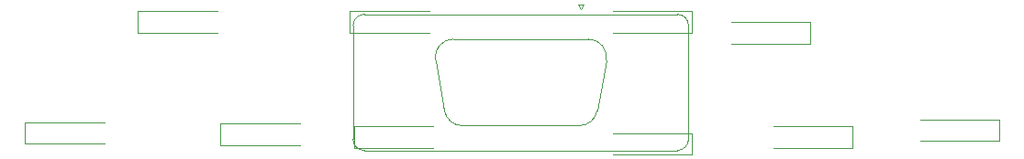
<source format=gto>
G04 #@! TF.GenerationSoftware,KiCad,Pcbnew,(5.1.2)-2*
G04 #@! TF.CreationDate,2019-11-27T23:52:17-06:00*
G04 #@! TF.ProjectId,ti99-joystick,74693939-2d6a-46f7-9973-7469636b2e6b,rev?*
G04 #@! TF.SameCoordinates,Original*
G04 #@! TF.FileFunction,Legend,Top*
G04 #@! TF.FilePolarity,Positive*
%FSLAX46Y46*%
G04 Gerber Fmt 4.6, Leading zero omitted, Abs format (unit mm)*
G04 Created by KiCad (PCBNEW (5.1.2)-2) date 2019-11-27 23:52:17*
%MOMM*%
%LPD*%
G04 APERTURE LIST*
%ADD10C,0.120000*%
G04 APERTURE END LIST*
D10*
X115544000Y-71056000D02*
G75*
G03X114484000Y-72116000I0J-1060000D01*
G01*
X145454000Y-72116000D02*
G75*
G03X144394000Y-71056000I-1060000J0D01*
G01*
X115544000Y-83676000D02*
G75*
G02X114484000Y-82616000I0J1060000D01*
G01*
X144394000Y-83676000D02*
G75*
G03X145454000Y-82616000I0J1060000D01*
G01*
X122102530Y-75304256D02*
G75*
G02X123737311Y-73356000I1634781J288256D01*
G01*
X137835470Y-75304256D02*
G75*
G03X136200689Y-73356000I-1634781J288256D01*
G01*
X122931267Y-80004256D02*
G75*
G03X124566048Y-81376000I1634781J288256D01*
G01*
X137006733Y-80004256D02*
G75*
G02X135371952Y-81376000I-1634781J288256D01*
G01*
X115544000Y-71056000D02*
X144394000Y-71056000D01*
X145454000Y-72116000D02*
X145454000Y-82616000D01*
X144394000Y-83676000D02*
X115544000Y-83676000D01*
X114484000Y-82616000D02*
X114484000Y-72116000D01*
X135259000Y-70161662D02*
X135759000Y-70161662D01*
X135759000Y-70161662D02*
X135509000Y-70594675D01*
X135509000Y-70594675D02*
X135259000Y-70161662D01*
X123737311Y-73356000D02*
X136200689Y-73356000D01*
X124566048Y-81376000D02*
X135371952Y-81376000D01*
X137835470Y-75304256D02*
X137006733Y-80004256D01*
X122102530Y-75304256D02*
X122931267Y-80004256D01*
X160550000Y-81423000D02*
X153250000Y-81423000D01*
X160550000Y-83423000D02*
X160550000Y-81423000D01*
X153250000Y-83423000D02*
X160550000Y-83423000D01*
X121495000Y-70755000D02*
X114195000Y-70755000D01*
X114195000Y-70755000D02*
X114195000Y-72755000D01*
X114195000Y-72755000D02*
X121495000Y-72755000D01*
X166795000Y-82788000D02*
X174095000Y-82788000D01*
X174095000Y-82788000D02*
X174095000Y-80788000D01*
X174095000Y-80788000D02*
X166795000Y-80788000D01*
X109557000Y-81169000D02*
X102257000Y-81169000D01*
X102257000Y-81169000D02*
X102257000Y-83169000D01*
X102257000Y-83169000D02*
X109557000Y-83169000D01*
X145774000Y-70755000D02*
X138474000Y-70755000D01*
X145774000Y-72755000D02*
X145774000Y-70755000D01*
X138474000Y-72755000D02*
X145774000Y-72755000D01*
X94637000Y-72755000D02*
X101937000Y-72755000D01*
X94637000Y-70755000D02*
X94637000Y-72755000D01*
X101937000Y-70755000D02*
X94637000Y-70755000D01*
X149352000Y-73771000D02*
X156652000Y-73771000D01*
X156652000Y-73771000D02*
X156652000Y-71771000D01*
X156652000Y-71771000D02*
X149352000Y-71771000D01*
X91523000Y-81042000D02*
X84223000Y-81042000D01*
X84223000Y-81042000D02*
X84223000Y-83042000D01*
X84223000Y-83042000D02*
X91523000Y-83042000D01*
X145774000Y-82058000D02*
X138474000Y-82058000D01*
X145774000Y-84058000D02*
X145774000Y-82058000D01*
X138474000Y-84058000D02*
X145774000Y-84058000D01*
X114576000Y-83423000D02*
X121876000Y-83423000D01*
X114576000Y-81423000D02*
X114576000Y-83423000D01*
X121876000Y-81423000D02*
X114576000Y-81423000D01*
M02*

</source>
